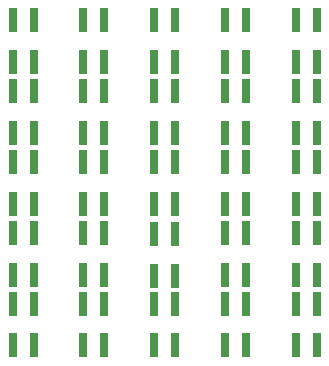
<source format=gbr>
%TF.GenerationSoftware,KiCad,Pcbnew,6.0.2-378541a8eb~116~ubuntu18.04.1*%
%TF.CreationDate,2022-03-16T16:53:27+09:00*%
%TF.ProjectId,led_a,6c65645f-612e-46b6-9963-61645f706362,rev?*%
%TF.SameCoordinates,Original*%
%TF.FileFunction,Paste,Top*%
%TF.FilePolarity,Positive*%
%FSLAX46Y46*%
G04 Gerber Fmt 4.6, Leading zero omitted, Abs format (unit mm)*
G04 Created by KiCad (PCBNEW 6.0.2-378541a8eb~116~ubuntu18.04.1) date 2022-03-16 16:53:27*
%MOMM*%
%LPD*%
G01*
G04 APERTURE LIST*
%ADD10R,0.800000X2.000000*%
G04 APERTURE END LIST*
D10*
%TO.C,LD1*%
X92110000Y-44765000D03*
X93890000Y-44765000D03*
X93890000Y-41235000D03*
X92110000Y-41235000D03*
%TD*%
%TO.C,LD3*%
X104110000Y-44765000D03*
X105890000Y-44765000D03*
X105890000Y-41235000D03*
X104110000Y-41235000D03*
%TD*%
%TO.C,LD22*%
X98110000Y-68765000D03*
X99890000Y-68765000D03*
X99890000Y-65235000D03*
X98110000Y-65235000D03*
%TD*%
%TO.C,LD8*%
X104110000Y-50765000D03*
X105890000Y-50765000D03*
X105890000Y-47235000D03*
X104110000Y-47235000D03*
%TD*%
%TO.C,LD7*%
X98110000Y-50765000D03*
X99890000Y-50765000D03*
X99890000Y-47235000D03*
X98110000Y-47235000D03*
%TD*%
%TO.C,LD12*%
X98110000Y-56765000D03*
X99890000Y-56765000D03*
X99890000Y-53235000D03*
X98110000Y-53235000D03*
%TD*%
%TO.C,LD4*%
X110110000Y-44765000D03*
X111890000Y-44765000D03*
X111890000Y-41235000D03*
X110110000Y-41235000D03*
%TD*%
%TO.C,LD5*%
X116110000Y-44765000D03*
X117890000Y-44765000D03*
X117890000Y-41235000D03*
X116110000Y-41235000D03*
%TD*%
%TO.C,LD2*%
X98110000Y-44765000D03*
X99890000Y-44765000D03*
X99890000Y-41235000D03*
X98110000Y-41235000D03*
%TD*%
%TO.C,LD16*%
X92110000Y-62765000D03*
X93890000Y-62765000D03*
X93890000Y-59235000D03*
X92110000Y-59235000D03*
%TD*%
%TO.C,LD18*%
X104110000Y-62875000D03*
X105890000Y-62875000D03*
X105890000Y-59345000D03*
X104110000Y-59345000D03*
%TD*%
%TO.C,LD25*%
X116110000Y-68765000D03*
X117890000Y-68765000D03*
X117890000Y-65235000D03*
X116110000Y-65235000D03*
%TD*%
%TO.C,LD10*%
X116110000Y-50765000D03*
X117890000Y-50765000D03*
X117890000Y-47235000D03*
X116110000Y-47235000D03*
%TD*%
%TO.C,LD6*%
X92110000Y-50765000D03*
X93890000Y-50765000D03*
X93890000Y-47235000D03*
X92110000Y-47235000D03*
%TD*%
%TO.C,LD17*%
X98110000Y-62765000D03*
X99890000Y-62765000D03*
X99890000Y-59235000D03*
X98110000Y-59235000D03*
%TD*%
%TO.C,LD24*%
X110110000Y-68765000D03*
X111890000Y-68765000D03*
X111890000Y-65235000D03*
X110110000Y-65235000D03*
%TD*%
%TO.C,LD14*%
X110110000Y-56765000D03*
X111890000Y-56765000D03*
X111890000Y-53235000D03*
X110110000Y-53235000D03*
%TD*%
%TO.C,LD23*%
X104110000Y-68765000D03*
X105890000Y-68765000D03*
X105890000Y-65235000D03*
X104110000Y-65235000D03*
%TD*%
%TO.C,LD13*%
X104110000Y-56765000D03*
X105890000Y-56765000D03*
X105890000Y-53235000D03*
X104110000Y-53235000D03*
%TD*%
%TO.C,LD9*%
X110110000Y-50765000D03*
X111890000Y-50765000D03*
X111890000Y-47235000D03*
X110110000Y-47235000D03*
%TD*%
%TO.C,LD15*%
X116110000Y-56765000D03*
X117890000Y-56765000D03*
X117890000Y-53235000D03*
X116110000Y-53235000D03*
%TD*%
%TO.C,LD20*%
X116110000Y-62765000D03*
X117890000Y-62765000D03*
X117890000Y-59235000D03*
X116110000Y-59235000D03*
%TD*%
%TO.C,LD19*%
X110110000Y-62765000D03*
X111890000Y-62765000D03*
X111890000Y-59235000D03*
X110110000Y-59235000D03*
%TD*%
%TO.C,LD11*%
X92110000Y-56765000D03*
X93890000Y-56765000D03*
X93890000Y-53235000D03*
X92110000Y-53235000D03*
%TD*%
%TO.C,LD21*%
X92110000Y-68765000D03*
X93890000Y-68765000D03*
X93890000Y-65235000D03*
X92110000Y-65235000D03*
%TD*%
M02*

</source>
